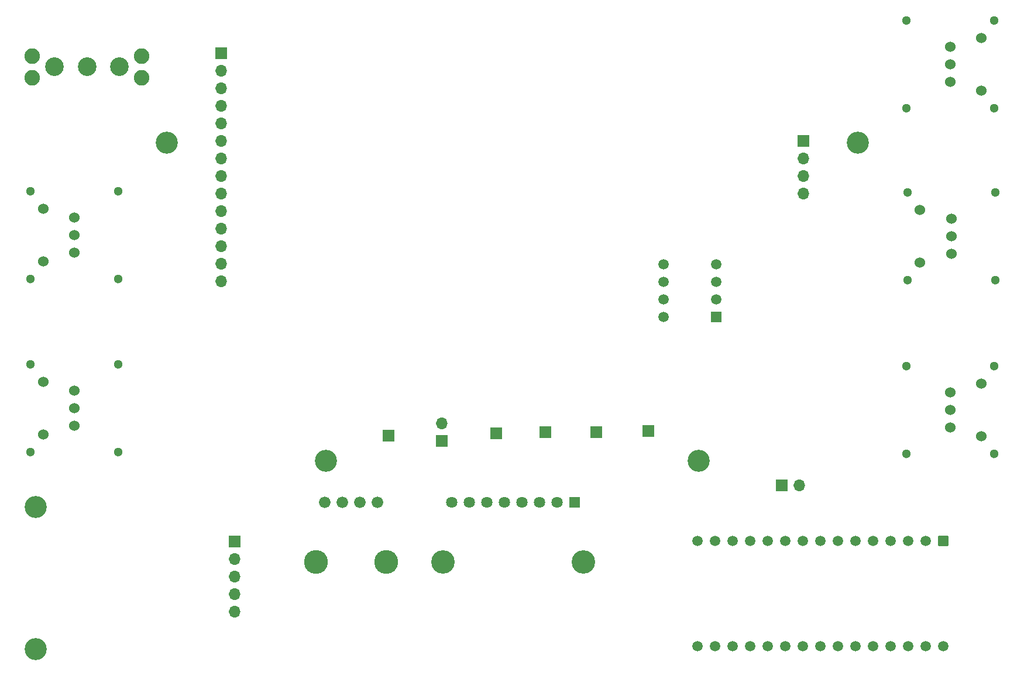
<source format=gbs>
G04 #@! TF.GenerationSoftware,KiCad,Pcbnew,(6.0.7-1)-1*
G04 #@! TF.CreationDate,2022-12-01T13:22:30-08:00*
G04 #@! TF.ProjectId,UrbanSteering,55726261-6e53-4746-9565-72696e672e6b,rev?*
G04 #@! TF.SameCoordinates,Original*
G04 #@! TF.FileFunction,Soldermask,Bot*
G04 #@! TF.FilePolarity,Negative*
%FSLAX46Y46*%
G04 Gerber Fmt 4.6, Leading zero omitted, Abs format (unit mm)*
G04 Created by KiCad (PCBNEW (6.0.7-1)-1) date 2022-12-01 13:22:30*
%MOMM*%
%LPD*%
G01*
G04 APERTURE LIST*
G04 Aperture macros list*
%AMRoundRect*
0 Rectangle with rounded corners*
0 $1 Rounding radius*
0 $2 $3 $4 $5 $6 $7 $8 $9 X,Y pos of 4 corners*
0 Add a 4 corners polygon primitive as box body*
4,1,4,$2,$3,$4,$5,$6,$7,$8,$9,$2,$3,0*
0 Add four circle primitives for the rounded corners*
1,1,$1+$1,$2,$3*
1,1,$1+$1,$4,$5*
1,1,$1+$1,$6,$7*
1,1,$1+$1,$8,$9*
0 Add four rect primitives between the rounded corners*
20,1,$1+$1,$2,$3,$4,$5,0*
20,1,$1+$1,$4,$5,$6,$7,0*
20,1,$1+$1,$6,$7,$8,$9,0*
20,1,$1+$1,$8,$9,$2,$3,0*%
G04 Aperture macros list end*
%ADD10RoundRect,0.101600X-0.654000X0.654000X-0.654000X-0.654000X0.654000X-0.654000X0.654000X0.654000X0*%
%ADD11C,1.511200*%
%ADD12C,1.300000*%
%ADD13C,1.524000*%
%ADD14R,1.498600X1.498600*%
%ADD15C,1.498600*%
%ADD16C,2.700000*%
%ADD17C,2.250000*%
%ADD18R,1.700000X1.700000*%
%ADD19C,3.200000*%
%ADD20O,1.700000X1.700000*%
%ADD21C,3.454400*%
%ADD22C,1.676400*%
%ADD23C,3.400000*%
%ADD24R,1.635000X1.635000*%
%ADD25C,1.635000*%
G04 APERTURE END LIST*
D10*
X234350000Y-131660000D03*
D11*
X231810000Y-131660000D03*
X229270000Y-131660000D03*
X226730000Y-131660000D03*
X224190000Y-131660000D03*
X221650000Y-131660000D03*
X219110000Y-131660000D03*
X216570000Y-131660000D03*
X214030000Y-131660000D03*
X211490000Y-131660000D03*
X208950000Y-131660000D03*
X206410000Y-131660000D03*
X203870000Y-131660000D03*
X201330000Y-131660000D03*
X198790000Y-131660000D03*
X198790000Y-146900000D03*
X201330000Y-146900000D03*
X203870000Y-146900000D03*
X206410000Y-146900000D03*
X208950000Y-146900000D03*
X211490000Y-146900000D03*
X214030000Y-146900000D03*
X216570000Y-146900000D03*
X219110000Y-146900000D03*
X221650000Y-146900000D03*
X224190000Y-146900000D03*
X226730000Y-146900000D03*
X229270000Y-146900000D03*
X231810000Y-146900000D03*
X234350000Y-146900000D03*
D12*
X229030000Y-106270000D03*
X241730000Y-118970000D03*
X241730000Y-106270000D03*
X229030000Y-118970000D03*
D13*
X239880000Y-108810000D03*
X239880000Y-116430000D03*
X235380000Y-110080000D03*
X235380000Y-115160000D03*
X235380000Y-112620000D03*
D12*
X114970000Y-81030000D03*
X102270000Y-81030000D03*
X114970000Y-93730000D03*
X102270000Y-93730000D03*
D13*
X104120000Y-91190000D03*
X104120000Y-83570000D03*
X108620000Y-89920000D03*
X108620000Y-84840000D03*
X108620000Y-87380000D03*
D12*
X229030000Y-68970000D03*
X241730000Y-68970000D03*
X241730000Y-56270000D03*
X229030000Y-56270000D03*
D13*
X239880000Y-58810000D03*
X239880000Y-66430000D03*
X235380000Y-60080000D03*
X235380000Y-65160000D03*
X235380000Y-62620000D03*
D12*
X102270000Y-118730000D03*
X102270000Y-106030000D03*
X114970000Y-118730000D03*
X114970000Y-106030000D03*
D13*
X104120000Y-116190000D03*
X104120000Y-108570000D03*
X108620000Y-114920000D03*
X108620000Y-109840000D03*
X108620000Y-112380000D03*
D12*
X241850000Y-81150000D03*
X241850000Y-93850000D03*
X229150000Y-93850000D03*
X229150000Y-81150000D03*
D13*
X231000000Y-91310000D03*
X231000000Y-83690000D03*
X235500000Y-90040000D03*
X235500000Y-84960000D03*
X235500000Y-87500000D03*
D14*
X201495979Y-99184740D03*
D15*
X201495979Y-96644740D03*
X201495979Y-94104740D03*
X201495979Y-91564740D03*
X193875979Y-91564740D03*
X193875979Y-94104740D03*
X193875979Y-96644740D03*
X193875979Y-99184740D03*
D16*
X110450000Y-63000000D03*
X105750000Y-63000000D03*
X115150000Y-63000000D03*
D17*
X102550000Y-61400000D03*
X102550000Y-64600000D03*
X118350000Y-64600000D03*
X118350000Y-61400000D03*
D18*
X191685979Y-115674740D03*
D19*
X103000000Y-126750000D03*
X103000000Y-147250000D03*
D18*
X131800000Y-131750000D03*
D20*
X131800000Y-134290000D03*
X131800000Y-136830000D03*
X131800000Y-139370000D03*
X131800000Y-141910000D03*
D18*
X161785979Y-117149740D03*
D20*
X161785979Y-114609740D03*
D18*
X169685979Y-116074740D03*
D19*
X122000000Y-74000000D03*
D18*
X214150000Y-73700000D03*
D20*
X214150000Y-76240000D03*
X214150000Y-78780000D03*
X214150000Y-81320000D03*
D19*
X145000000Y-120000000D03*
D21*
X143610000Y-134640001D03*
X153770000Y-134640001D03*
D22*
X152500000Y-126000000D03*
X149960000Y-126000000D03*
X147420000Y-126000000D03*
X144880000Y-126000000D03*
D18*
X184185979Y-115874740D03*
X211010979Y-123574740D03*
D20*
X213550979Y-123574740D03*
D19*
X222000000Y-74000000D03*
D18*
X129850000Y-61000000D03*
D20*
X129850000Y-63540000D03*
X129850000Y-66080000D03*
X129850000Y-68620000D03*
X129850000Y-71160000D03*
X129850000Y-73700000D03*
X129850000Y-76240000D03*
X129850000Y-78780000D03*
X129850000Y-81320000D03*
X129850000Y-83860000D03*
X129850000Y-86400000D03*
X129850000Y-88940000D03*
X129850000Y-91480000D03*
X129850000Y-94020000D03*
D19*
X199000000Y-120000000D03*
D23*
X161950000Y-134640000D03*
X182270000Y-134640000D03*
D24*
X181000000Y-126000000D03*
D25*
X178460000Y-126000000D03*
X175920000Y-126000000D03*
X173380000Y-126000000D03*
X170840000Y-126000000D03*
X168300000Y-126000000D03*
X165760000Y-126000000D03*
X163220000Y-126000000D03*
D18*
X154085979Y-116374740D03*
X176785979Y-115874740D03*
M02*

</source>
